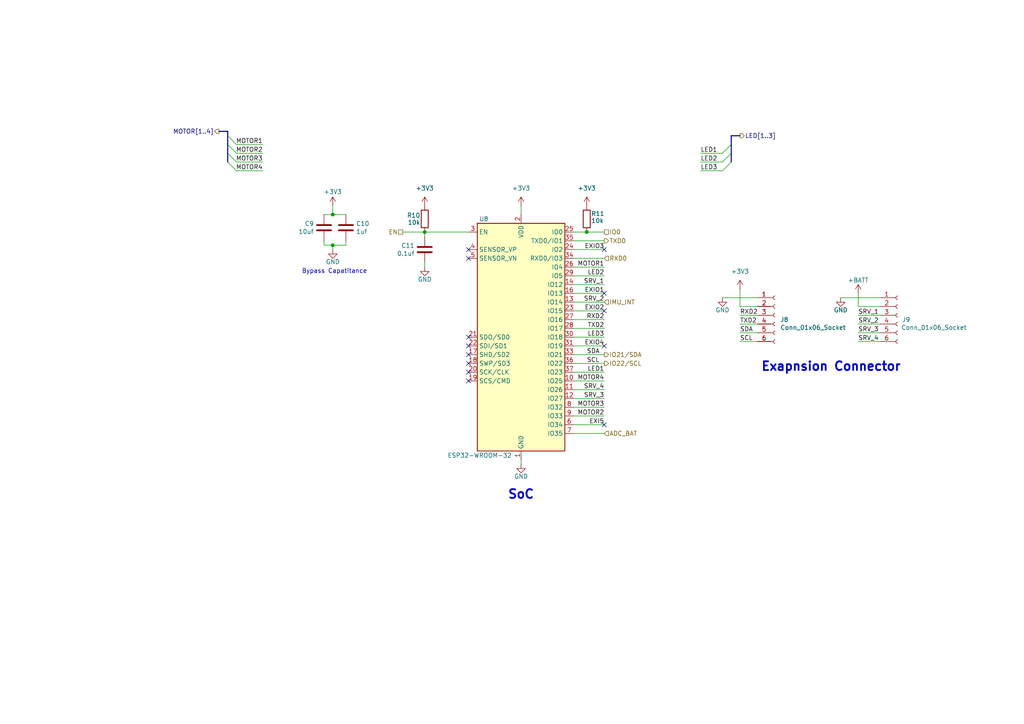
<source format=kicad_sch>
(kicad_sch (version 20250114) (generator "eeschema") (generator_version "9.0")
  (paper "A4")
  (title_block (title "ESP Drone") (date "2025-10-22") (rev "1.5.1"))
  (lib_symbols
    (symbol "+3V3_1" (power) (pin_numbers (hide yes)) (pin_names (offset 0) (hide yes))
      (property "Value" "+3V3" (at 0 3.556 0))
      (symbol "+3V3_1_0_1"
        (polyline (pts (xy -0.762 1.27) (xy 0 2.54)))
        (polyline (pts (xy 0 2.54) (xy 0.762 1.27)))
        (polyline (pts (xy 0 0) (xy 0 2.54)))
      )
      (symbol "+3V3_1_1_1"
        (pin power_in line (at 0 0 90) (length 0) (name "~") (number "1"))
      )
    )
    (symbol "Connector:Conn_01x06_Socket" (pin_names (offset 1.016) (hide yes))
      (property "Reference" "J" (at 0 7.62 0))
      (property "Value" "Conn_01x06_Socket" (at 0 -10.16 0))
      (symbol "Conn_01x06_Socket_1_1"
        (polyline (pts (xy -1.27 5.08) (xy -0.508 5.08)) (stroke (width 0.1524)))
        (polyline (pts (xy -1.27 2.54) (xy -0.508 2.54)) (stroke (width 0.1524)))
        (polyline (pts (xy -1.27 0) (xy -0.508 0)) (stroke (width 0.1524)))
        (polyline (pts (xy -1.27 -2.54) (xy -0.508 -2.54)) (stroke (width 0.1524)))
        (polyline (pts (xy -1.27 -5.08) (xy -0.508 -5.08)) (stroke (width 0.1524)))
        (polyline (pts (xy -1.27 -7.62) (xy -0.508 -7.62)) (stroke (width 0.1524)))
        (arc (start 0 4.572) (mid -0.5058 5.08) (end 0 5.588) (stroke (width 0.1524)))
        (arc (start 0 2.032) (mid -0.5058 2.54) (end 0 3.048) (stroke (width 0.1524)))
        (arc (start 0 -0.508) (mid -0.5058 0) (end 0 0.508) (stroke (width 0.1524)))
        (arc (start 0 -3.048) (mid -0.5058 -2.54) (end 0 -2.032) (stroke (width 0.1524)))
        (arc (start 0 -5.588) (mid -0.5058 -5.08) (end 0 -4.572) (stroke (width 0.1524)))
        (arc (start 0 -8.128) (mid -0.5058 -7.62) (end 0 -7.112) (stroke (width 0.1524)))
        (pin passive line (at -5.08 5.08 0) (length 3.81) (name "Pin_1") (number "1"))
        (pin passive line (at -5.08 2.54 0) (length 3.81) (name "Pin_2") (number "2"))
        (pin passive line (at -5.08 0 0) (length 3.81) (name "Pin_3") (number "3"))
        (pin passive line (at -5.08 -2.54 0) (length 3.81) (name "Pin_4") (number "4"))
        (pin passive line (at -5.08 -5.08 0) (length 3.81) (name "Pin_5") (number "5"))
        (pin passive line (at -5.08 -7.62 0) (length 3.81) (name "Pin_6") (number "6"))
      )
    )
    (symbol "Device:C" (pin_numbers (hide yes)) (pin_names (offset 0.254))
      (property "Reference" "C" (at 0.635 2.54 0))
      (property "Value" "C" (at 0.635 -2.54 0))
      (symbol "C_0_1"
        (polyline (pts (xy -2.032 0.762) (xy 2.032 0.762)) (stroke (width 0.508)))
        (polyline (pts (xy -2.032 -0.762) (xy 2.032 -0.762)) (stroke (width 0.508)))
      )
      (symbol "C_1_1"
        (pin passive line (at 0 3.81 270) (length 2.794) (name "~") (number "1"))
        (pin passive line (at 0 -3.81 90) (length 2.794) (name "~") (number "2"))
      )
    )
    (symbol "Device:R" (pin_numbers (hide yes)) (pin_names (offset 0))
      (property "Reference" "R" (at 2.032 0 90))
      (property "Value" "R" (at 0 0 90))
      (symbol "R_0_1"
        (rectangle (start -1.016 -2.54) (end 1.016 2.54) (stroke (width 0.254)))
      )
      (symbol "R_1_1"
        (pin passive line (at 0 3.81 270) (length 1.27) (name "~") (number "1"))
        (pin passive line (at 0 -3.81 90) (length 1.27) (name "~") (number "2"))
      )
    )
    (symbol "GND_1" (power) (pin_numbers (hide yes)) (pin_names (offset 0) (hide yes))
      (property "Value" "GND" (at 0 -3.81 0))
      (symbol "GND_1_0_1"
        (polyline (pts (xy 0 0) (xy 0 -1.27) (xy 1.27 -1.27) (xy 0 -2.54) (xy -1.27 -1.27) (xy 0 -1.27)))
      )
      (symbol "GND_1_1_1"
        (pin power_in line (at 0 0 270) (length 0) (name "~") (number "1"))
      )
    )
    (symbol "GND_3" (power) (pin_numbers (hide yes)) (pin_names (offset 0) (hide yes))
      (property "Value" "GND" (at 0 -3.81 0))
      (symbol "GND_3_0_1"
        (polyline (pts (xy 0 0) (xy 0 -1.27) (xy 1.27 -1.27) (xy 0 -2.54) (xy -1.27 -1.27) (xy 0 -1.27)))
      )
      (symbol "GND_3_1_1"
        (pin power_in line (at 0 0 270) (length 0) (name "~") (number "1"))
      )
    )
    (symbol "RF_Module:ESP32-WROOM-32"
      (property "Reference" "U" (at -12.7 34.29 0))
      (property "Value" "ESP32-WROOM-32" (at 1.27 34.29 0))
      (symbol "ESP32-WROOM-32_0_1"
        (rectangle (start -12.7 33.02) (end 12.7 -33.02) (stroke (width 0.254)) (fill (type background)))
      )
      (symbol "ESP32-WROOM-32_1_1"
        (pin input line (at -15.24 30.48 0) (length 2.54) (name "EN") (number "3"))
        (pin input line (at -15.24 25.4 0) (length 2.54) (name "SENSOR_VP") (number "4"))
        (pin input line (at -15.24 22.86 0) (length 2.54) (name "SENSOR_VN") (number "5"))
        (pin bidirectional line (at -15.24 0 0) (length 2.54) (name "SDO/SD0") (number "21"))
        (pin bidirectional line (at -15.24 -2.54 0) (length 2.54) (name "SDI/SD1") (number "22"))
        (pin bidirectional line (at -15.24 -5.08 0) (length 2.54) (name "SHD/SD2") (number "17"))
        (pin bidirectional line (at -15.24 -7.62 0) (length 2.54) (name "SWP/SD3") (number "18"))
        (pin bidirectional line (at -15.24 -10.16 0) (length 2.54) (name "SCK/CLK") (number "20"))
        (pin bidirectional line (at -15.24 -12.7 0) (length 2.54) (name "SCS/CMD") (number "19"))
        (pin no_connect line (at -12.7 -27.94 0) (length 2.54) (hide yes) (name "NC") (number "32"))
        (pin power_in line (at 0 35.56 270) (length 2.54) (name "VDD") (number "2"))
        (pin power_in line (at 0 -35.56 90) (length 2.54) (name "GND") (number "1"))
        (pin passive line (at 0 -35.56 90) (length 2.54) (hide yes) (name "GND") (number "15"))
        (pin passive line (at 0 -35.56 90) (length 2.54) (hide yes) (name "GND") (number "38"))
        (pin passive line (at 0 -35.56 90) (length 2.54) (hide yes) (name "GND") (number "39"))
        (pin bidirectional line (at 15.24 30.48 180) (length 2.54) (name "IO0") (number "25"))
        (pin bidirectional line (at 15.24 27.94 180) (length 2.54) (name "TXD0/IO1") (number "35"))
        (pin bidirectional line (at 15.24 25.4 180) (length 2.54) (name "IO2") (number "24"))
        (pin bidirectional line (at 15.24 22.86 180) (length 2.54) (name "RXD0/IO3") (number "34"))
        (pin bidirectional line (at 15.24 20.32 180) (length 2.54) (name "IO4") (number "26"))
        (pin bidirectional line (at 15.24 17.78 180) (length 2.54) (name "IO5") (number "29"))
        (pin bidirectional line (at 15.24 15.24 180) (length 2.54) (name "IO12") (number "14"))
        (pin bidirectional line (at 15.24 12.7 180) (length 2.54) (name "IO13") (number "16"))
        (pin bidirectional line (at 15.24 10.16 180) (length 2.54) (name "IO14") (number "13"))
        (pin bidirectional line (at 15.24 7.62 180) (length 2.54) (name "IO15") (number "23"))
        (pin bidirectional line (at 15.24 5.08 180) (length 2.54) (name "IO16") (number "27"))
        (pin bidirectional line (at 15.24 2.54 180) (length 2.54) (name "IO17") (number "28"))
        (pin bidirectional line (at 15.24 0 180) (length 2.54) (name "IO18") (number "30"))
        (pin bidirectional line (at 15.24 -2.54 180) (length 2.54) (name "IO19") (number "31"))
        (pin bidirectional line (at 15.24 -5.08 180) (length 2.54) (name "IO21") (number "33"))
        (pin bidirectional line (at 15.24 -7.62 180) (length 2.54) (name "IO22") (number "36"))
        (pin bidirectional line (at 15.24 -10.16 180) (length 2.54) (name "IO23") (number "37"))
        (pin bidirectional line (at 15.24 -12.7 180) (length 2.54) (name "IO25") (number "10"))
        (pin bidirectional line (at 15.24 -15.24 180) (length 2.54) (name "IO26") (number "11"))
        (pin bidirectional line (at 15.24 -17.78 180) (length 2.54) (name "IO27") (number "12"))
        (pin bidirectional line (at 15.24 -20.32 180) (length 2.54) (name "IO32") (number "8"))
        (pin bidirectional line (at 15.24 -22.86 180) (length 2.54) (name "IO33") (number "9"))
        (pin input line (at 15.24 -25.4 180) (length 2.54) (name "IO34") (number "6"))
        (pin input line (at 15.24 -27.94 180) (length 2.54) (name "IO35") (number "7"))
      )
    )
    (symbol "power:+BATT" (power) (pin_numbers (hide yes)) (pin_names (offset 0) (hide yes))
      (property "Value" "+BATT" (at 0 3.556 0))
      (symbol "+BATT_0_1"
        (polyline (pts (xy -0.762 1.27) (xy 0 2.54)))
        (polyline (pts (xy 0 2.54) (xy 0.762 1.27)))
        (polyline (pts (xy 0 0) (xy 0 2.54)))
      )
      (symbol "+BATT_1_1"
        (pin power_in line (at 0 0 90) (length 0) (name "~") (number "1"))
      )
    )
  )
  (text "Exapnsion Connector" (at 241.046 106.426 0) (effects (font (size 2.54 2.54) (thickness 0.508) (bold yes))))
  (text "Bypass Capatitance" (at 97.028 78.74 0) (effects (font (size 1.27 1.27) (thickness 0.1588))))
  (text "SoC" (at 151.13 143.51 0) (effects (font (size 2.54 2.54) (thickness 0.508) (bold yes))))
  (junction (at 96.52 71.12))
  (junction (at 170.18 67.31))
  (junction (at 123.19 67.31))
  (junction (at 96.52 62.23))
  (no_connect (at 175.26 123.19))
  (no_connect (at 175.26 72.39))
  (no_connect (at 135.89 107.95))
  (no_connect (at 135.89 102.87))
  (no_connect (at 135.89 97.79))
  (no_connect (at 175.26 90.17))
  (no_connect (at 135.89 72.39))
  (no_connect (at 135.89 100.33))
  (no_connect (at 135.89 105.41))
  (no_connect (at 135.89 110.49))
  (no_connect (at 135.89 74.93))
  (no_connect (at 175.26 85.09))
  (no_connect (at 175.26 100.33))
  (bus_entry (at 212.09 41.91) (size -2.54 2.54))
  (bus_entry (at 212.09 44.45) (size -2.54 2.54))
  (bus_entry (at 66.04 39.37) (size 2.54 2.54))
  (bus_entry (at 66.04 46.99) (size 2.54 2.54))
  (bus_entry (at 66.04 44.45) (size 2.54 2.54))
  (bus_entry (at 212.09 46.99) (size -2.54 2.54))
  (bus_entry (at 66.04 41.91) (size 2.54 2.54))
  (wire (pts (xy 175.26 74.93) (xy 166.37 74.93)))
  (wire (pts (xy 248.92 91.44) (xy 255.27 91.44)))
  (bus (pts (xy 66.04 41.91) (xy 66.04 44.45)))
  (wire (pts (xy 175.26 115.57) (xy 166.37 115.57)))
  (bus (pts (xy 63.5 38.1) (xy 66.04 38.1)))
  (wire (pts (xy 166.37 105.41) (xy 175.26 105.41)))
  (wire (pts (xy 248.92 88.9) (xy 255.27 88.9)))
  (bus (pts (xy 66.04 44.45) (xy 66.04 46.99)))
  (wire (pts (xy 248.92 93.98) (xy 255.27 93.98)))
  (wire (pts (xy 175.26 125.73) (xy 166.37 125.73)))
  (wire (pts (xy 166.37 123.19) (xy 175.26 123.19)))
  (wire (pts (xy 166.37 113.03) (xy 175.26 113.03)))
  (wire (pts (xy 214.63 99.06) (xy 219.71 99.06)))
  (bus (pts (xy 214.63 39.37) (xy 212.09 39.37)))
  (wire (pts (xy 166.37 90.17) (xy 175.26 90.17)))
  (wire (pts (xy 209.55 46.99) (xy 203.2 46.99)))
  (wire (pts (xy 248.92 96.52) (xy 255.27 96.52)))
  (wire (pts (xy 214.63 91.44) (xy 219.71 91.44)))
  (wire (pts (xy 151.13 59.69) (xy 151.13 62.23)))
  (wire (pts (xy 166.37 87.63) (xy 175.26 87.63)))
  (wire (pts (xy 123.19 77.47) (xy 123.19 76.2)))
  (wire (pts (xy 209.55 49.53) (xy 203.2 49.53)))
  (bus (pts (xy 212.09 39.37) (xy 212.09 41.91)))
  (wire (pts (xy 166.37 67.31) (xy 170.18 67.31)))
  (wire (pts (xy 93.98 71.12) (xy 96.52 71.12)))
  (wire (pts (xy 123.19 67.31) (xy 123.19 68.58)))
  (wire (pts (xy 166.37 110.49) (xy 175.26 110.49)))
  (wire (pts (xy 166.37 120.65) (xy 175.26 120.65)))
  (wire (pts (xy 76.2 49.53) (xy 68.58 49.53)))
  (wire (pts (xy 175.26 72.39) (xy 166.37 72.39)))
  (wire (pts (xy 96.52 62.23) (xy 100.33 62.23)))
  (wire (pts (xy 93.98 62.23) (xy 96.52 62.23)))
  (wire (pts (xy 166.37 85.09) (xy 175.26 85.09)))
  (bus (pts (xy 66.04 38.1) (xy 66.04 39.37)))
  (wire (pts (xy 166.37 102.87) (xy 175.26 102.87)))
  (wire (pts (xy 209.55 86.36) (xy 219.71 86.36)))
  (bus (pts (xy 212.09 41.91) (xy 212.09 44.45)))
  (wire (pts (xy 151.13 134.62) (xy 151.13 133.35)))
  (wire (pts (xy 166.37 82.55) (xy 175.26 82.55)))
  (wire (pts (xy 214.63 93.98) (xy 219.71 93.98)))
  (wire (pts (xy 76.2 46.99) (xy 68.58 46.99)))
  (wire (pts (xy 166.37 118.11) (xy 175.26 118.11)))
  (wire (pts (xy 214.63 83.82) (xy 214.63 88.9)))
  (wire (pts (xy 123.19 67.31) (xy 135.89 67.31)))
  (wire (pts (xy 175.26 77.47) (xy 166.37 77.47)))
  (bus (pts (xy 66.04 39.37) (xy 66.04 41.91)))
  (bus (pts (xy 212.09 44.45) (xy 212.09 46.99)))
  (wire (pts (xy 96.52 59.69) (xy 96.52 62.23)))
  (wire (pts (xy 175.26 69.85) (xy 166.37 69.85)))
  (wire (pts (xy 166.37 80.01) (xy 175.26 80.01)))
  (wire (pts (xy 116.84 67.31) (xy 123.19 67.31)))
  (wire (pts (xy 96.52 71.12) (xy 100.33 71.12)))
  (wire (pts (xy 214.63 96.52) (xy 219.71 96.52)))
  (wire (pts (xy 166.37 97.79) (xy 175.26 97.79)))
  (wire (pts (xy 100.33 71.12) (xy 100.33 69.85)))
  (wire (pts (xy 175.26 67.31) (xy 170.18 67.31)))
  (wire (pts (xy 166.37 95.25) (xy 175.26 95.25)))
  (wire (pts (xy 76.2 44.45) (xy 68.58 44.45)))
  (wire (pts (xy 248.92 85.09) (xy 248.92 88.9)))
  (wire (pts (xy 93.98 69.85) (xy 93.98 71.12)))
  (wire (pts (xy 248.92 99.06) (xy 255.27 99.06)))
  (wire (pts (xy 209.55 44.45) (xy 203.2 44.45)))
  (wire (pts (xy 214.63 88.9) (xy 219.71 88.9)))
  (wire (pts (xy 175.26 107.95) (xy 166.37 107.95)))
  (wire (pts (xy 76.2 41.91) (xy 68.58 41.91)))
  (wire (pts (xy 243.84 86.36) (xy 255.27 86.36)))
  (wire (pts (xy 166.37 100.33) (xy 175.26 100.33)))
  (wire (pts (xy 166.37 92.71) (xy 175.26 92.71)))
  (wire (pts (xy 96.52 71.12) (xy 96.52 72.39)))
  (label "SRV_1" (at 175.26 82.55 180))
  (label "SDA" (at 170.18 102.87 0))
  (label "EXIO1" (at 175.26 85.09 180))
  (label "RXD2" (at 175.26 92.71 180))
  (label "SRV_1" (at 248.92 91.44 0))
  (label "SCL" (at 214.63 99.06 0))
  (label "LED3" (at 203.2 49.53 0))
  (label "SRV_3" (at 248.92 96.52 0))
  (label "RXD2" (at 214.63 91.44 0))
  (label "EXI5" (at 175.26 123.19 180))
  (label "MOTOR4" (at 175.26 110.49 180))
  (label "LED1" (at 175.26 107.95 180))
  (label "MOTOR2" (at 76.2 44.45 180))
  (label "SRV_2" (at 175.26 87.63 180))
  (label "SRV_4" (at 175.26 113.03 180))
  (label "SRV_2" (at 248.92 93.98 0))
  (label "TXD2" (at 214.63 93.98 0))
  (label "EXIO4" (at 175.26 100.33 180))
  (label "TXD2" (at 175.26 95.25 180))
  (label "LED2" (at 203.2 46.99 0))
  (label "MOTOR2" (at 175.26 120.65 180))
  (label "LED3" (at 175.26 97.79 180))
  (label "MOTOR3" (at 175.26 118.11 180))
  (label "LED2" (at 175.26 80.01 180))
  (label "MOTOR4" (at 76.2 49.53 180))
  (label "MOTOR3" (at 76.2 46.99 180))
  (label "SRV_4" (at 248.92 99.06 0))
  (label "LED1" (at 203.2 44.45 0))
  (label "MOTOR1" (at 76.2 41.91 180))
  (label "EXIO2" (at 175.26 90.17 180))
  (label "SCL" (at 170.18 105.41 0))
  (label "SDA" (at 214.63 96.52 0))
  (label "SRV_3" (at 175.26 115.57 180))
  (label "MOTOR1" (at 175.26 77.47 180))
  (label "EXIO3" (at 175.26 72.39 180))
  (hierarchical_label "IO0" (shape passive) (at 175.26 67.31 0))
  (hierarchical_label "IO21{slash}SDA" (shape output) (at 175.26 102.87 0))
  (hierarchical_label "EN" (shape passive) (at 116.84 67.31 180))
  (hierarchical_label "IMU_INT" (shape input) (at 175.26 87.63 0) (effects (font (thickness 0.1588))))
  (hierarchical_label "LED[1..3]" (shape output) (at 214.63 39.37 0) (effects (font (thickness 0.1588))))
  (hierarchical_label "RXD0" (shape input) (at 175.26 74.93 0))
  (hierarchical_label "TXD0" (shape output) (at 175.26 69.85 0))
  (hierarchical_label "ADC_BAT" (shape input) (at 175.26 125.73 0))
  (hierarchical_label "MOTOR[1..4]" (shape output) (at 63.5 38.1 180) (effects (font (thickness 0.1588))))
  (hierarchical_label "IO22{slash}SCL" (shape output) (at 175.26 105.41 0))
  (symbol (lib_id "Connector:Conn_01x06_Socket") (at 224.79 91.44 0) (unit 1)
    (property "Reference" "J8" (at 226.314 92.7099 0) (effects (justify left)))
    (property "Value" "Conn_01x06_Socket" (at 226.314 94.996 0) (effects (justify left)))
    (property "Footprint" "Connector_PinHeader_2.54mm:PinHeader_1x06_P2.54mm_Vertical" (effects (hide yes)))
    (property "Description" "Generic connector, single row, 01x06, script generated" (effects (hide yes)))
  )
  (symbol (lib_id "power:+BATT") (at 248.92 85.09 0) (unit 1)
    (property "Reference" "#PWR028" (effects (hide yes)))
    (property "Value" "+BATT" (at 248.92 81.28 0))
    (property "Description" "Power symbol creates a global label with name \"+BATT\"" (effects (hide yes)))
  )
  (symbol (lib_id "Device:C") (at 100.33 66.04 0) (unit 1)
    (property "Reference" "C10" (at 103.251 64.8716 0) (effects (justify left)))
    (property "Value" "1uf" (at 103.251 67.183 0) (effects (justify left)))
    (property "Footprint" "Capacitor_SMD:C_0603_1608Metric" (effects (hide yes)))
  )
  (symbol (lib_id "Device:R") (at 170.18 63.5 180) (unit 1)
    (property "Reference" "R11" (at 171.45 61.976 0) (effects (justify right)))
    (property "Value" "10k" (at 171.45 64.008 0) (effects (justify right)))
    (property "Footprint" "Resistor_SMD:R_0603_1608Metric" (effects (hide yes)))
  )
  (symbol (lib_id "Connector:Conn_01x06_Socket") (at 260.35 91.44 0) (unit 1)
    (property "Reference" "J9" (at 261.62 92.7099 0) (effects (justify left)))
    (property "Value" "Conn_01x06_Socket" (at 261.366 94.996 0) (effects (justify left)))
    (property "Footprint" "Connector_PinHeader_2.54mm:PinHeader_1x06_P2.54mm_Vertical" (effects (hide yes)))
    (property "Description" "Generic connector, single row, 01x06, script generated" (effects (hide yes)))
  )
  (symbol (lib_id "Device:C") (at 93.98 66.04 0) (mirror y) (unit 1)
    (property "Reference" "C9" (at 91.059 64.8716 0) (effects (justify left)))
    (property "Value" "10uf" (at 91.059 67.183 0) (effects (justify left)))
    (property "Footprint" "Capacitor_SMD:C_0603_1608Metric" (effects (hide yes)))
  )
  (symbol (lib_name "GND_1") (lib_id "power:GND") (at 151.13 134.62 0) (unit 1)
    (property "Reference" "#PWR034" (effects (hide yes)))
    (property "Value" "GND" (at 151.13 138.176 0))
    (property "Description" "Power symbol creates a global label with name \"GND\" , ground" (effects (hide yes)))
  )
  (symbol (lib_id "Device:R") (at 123.19 63.5 180) (unit 1)
    (property "Reference" "R10" (at 121.92 62.484 0) (effects (justify left)))
    (property "Value" "10k" (at 121.92 64.516 0) (effects (justify left)))
    (property "Footprint" "Resistor_SMD:R_0603_1608Metric" (effects (hide yes)))
  )
  (symbol (lib_name "GND_3") (lib_id "power:GND") (at 209.55 86.36 0) (mirror y) (unit 1)
    (property "Reference" "#PWR017" (effects (hide yes)))
    (property "Value" "GND" (at 209.55 89.916 0))
    (property "Description" "Power symbol creates a global label with name \"GND\" , ground" (effects (hide yes)))
  )
  (symbol (lib_name "GND_3") (lib_id "power:GND") (at 243.84 86.36 0) (mirror y) (unit 1)
    (property "Reference" "#PWR030" (effects (hide yes)))
    (property "Value" "GND" (at 243.84 89.916 0))
    (property "Description" "Power symbol creates a global label with name \"GND\" , ground" (effects (hide yes)))
  )
  (symbol (lib_name "+3V3_1") (lib_id "power:+3V3") (at 96.52 59.69 0) (unit 1)
    (property "Reference" "#PWR031" (effects (hide yes)))
    (property "Value" "+3V3" (at 96.52 55.626 0))
    (property "Description" "Power symbol creates a global label with name \"+3V3\"" (effects (hide yes)))
  )
  (symbol (lib_name "+3V3_1") (lib_id "power:+3V3") (at 151.13 59.69 0) (unit 1)
    (property "Reference" "#PWR035" (effects (hide yes)))
    (property "Value" "+3V3" (at 151.13 54.61 0))
    (property "Description" "Power symbol creates a global label with name \"+3V3\"" (effects (hide yes)))
  )
  (symbol (lib_id "Device:C") (at 123.19 72.39 0) (mirror y) (unit 1)
    (property "Reference" "C11" (at 120.269 71.2216 0) (effects (justify left)))
    (property "Value" "0.1uf" (at 120.269 73.533 0) (effects (justify left)))
    (property "Footprint" "Capacitor_SMD:C_0603_1608Metric" (effects (hide yes)))
  )
  (symbol (lib_id "RF_Module:ESP32-WROOM-32") (at 151.13 97.79 0) (unit 1)
    (property "Reference" "U8" (at 138.938 63.5 0) (effects (justify left)))
    (property "Value" "ESP32-WROOM-32" (at 129.794 132.08 0) (effects (justify left)))
    (property "Footprint" "RF_Module:ESP32-WROOM-32" (effects (hide yes)))
    (property "Datasheet" "https://www.espressif.com/sites/default/files/documentation/esp32-wroom-32_datasheet_en.pdf" (effects (hide yes)))
    (property "Manufacturer_Name" " ESPRESSIF" (effects (hide yes)))
  )
  (symbol (lib_name "+3V3_1") (lib_id "power:+3V3") (at 123.19 59.69 0) (unit 1)
    (property "Reference" "#PWR037" (effects (hide yes)))
    (property "Value" "+3V3" (at 123.19 54.61 0))
    (property "Description" "Power symbol creates a global label with name \"+3V3\"" (effects (hide yes)))
  )
  (symbol (lib_name "GND_1") (lib_id "power:GND") (at 96.52 72.39 0) (unit 1)
    (property "Reference" "#PWR033" (effects (hide yes)))
    (property "Value" "GND" (at 96.52 75.946 0))
    (property "Description" "Power symbol creates a global label with name \"GND\" , ground" (effects (hide yes)))
  )
  (symbol (lib_name "+3V3_1") (lib_id "power:+3V3") (at 170.18 59.69 0) (unit 1)
    (property "Reference" "#PWR064" (effects (hide yes)))
    (property "Value" "+3V3" (at 170.18 54.61 0))
    (property "Description" "Power symbol creates a global label with name \"+3V3\"" (effects (hide yes)))
  )
  (symbol (lib_name "+3V3_1") (lib_id "power:+3V3") (at 214.63 83.82 0) (unit 1)
    (property "Reference" "#PWR056" (effects (hide yes)))
    (property "Value" "+3V3" (at 214.63 78.74 0))
    (property "Description" "Power symbol creates a global label with name \"+3V3\"" (effects (hide yes)))
  )
  (symbol (lib_name "GND_1") (lib_id "power:GND") (at 123.19 77.47 0) (unit 1)
    (property "Reference" "#PWR032" (effects (hide yes)))
    (property "Value" "GND" (at 123.19 81.026 0))
    (property "Description" "Power symbol creates a global label with name \"GND\" , ground" (effects (hide yes)))
  )
)
</source>
